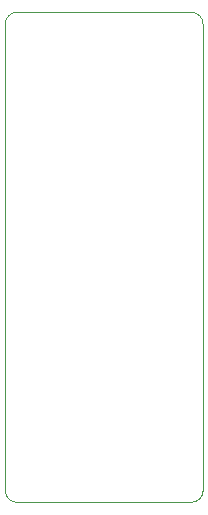
<source format=gbr>
%TF.GenerationSoftware,KiCad,Pcbnew,8.0.3*%
%TF.CreationDate,2024-08-17T22:20:40+01:00*%
%TF.ProjectId,TSSOP_Board,5453534f-505f-4426-9f61-72642e6b6963,rev?*%
%TF.SameCoordinates,Original*%
%TF.FileFunction,Profile,NP*%
%FSLAX46Y46*%
G04 Gerber Fmt 4.6, Leading zero omitted, Abs format (unit mm)*
G04 Created by KiCad (PCBNEW 8.0.3) date 2024-08-17 22:20:40*
%MOMM*%
%LPD*%
G01*
G04 APERTURE LIST*
%TA.AperFunction,Profile*%
%ADD10C,0.050000*%
%TD*%
G04 APERTURE END LIST*
D10*
X126500000Y-86000000D02*
G75*
G02*
X125500000Y-87000000I-1000000J0D01*
G01*
X109750000Y-86000000D02*
X109750000Y-46500000D01*
X110750000Y-45500000D02*
X125500000Y-45500000D01*
X125500000Y-45500000D02*
G75*
G02*
X126500000Y-46500000I0J-1000000D01*
G01*
X109750000Y-46500000D02*
G75*
G02*
X110750000Y-45500000I1000000J0D01*
G01*
X110750000Y-87000000D02*
G75*
G02*
X109750000Y-86000000I0J1000000D01*
G01*
X125500000Y-87000000D02*
X110750000Y-87000000D01*
X126500000Y-46500000D02*
X126500000Y-86000000D01*
M02*

</source>
